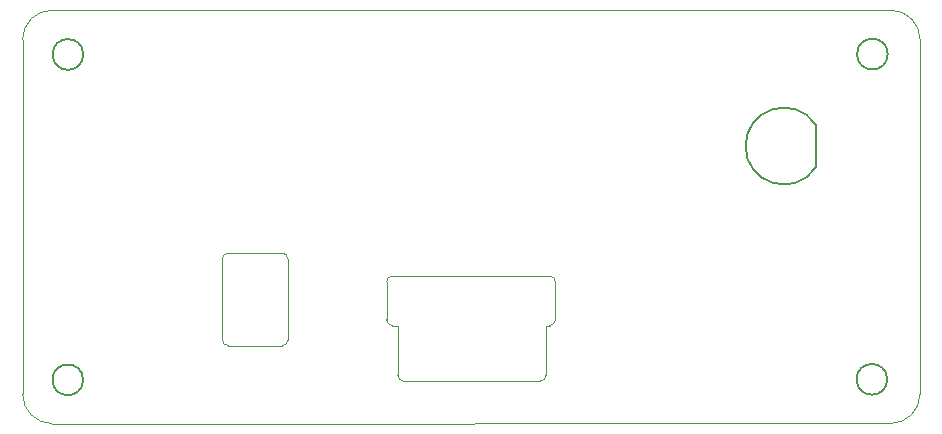
<source format=gko>
G04 #@! TF.FileFunction,Profile,NP*
%FSLAX46Y46*%
G04 Gerber Fmt 4.6, Leading zero omitted, Abs format (unit mm)*
G04 Created by KiCad (PCBNEW (2016-07-22 BZR 6991, Git 146a78a)-product) date 08/19/16 17:06:16*
%MOMM*%
%LPD*%
G01*
G04 APERTURE LIST*
%ADD10C,0.150000*%
%ADD11C,0.100000*%
%ADD12C,0.020000*%
G04 APERTURE END LIST*
D10*
D11*
X45200000Y-32250000D02*
X33650000Y-32250000D01*
X45200000Y-32250000D02*
G75*
G03X45700000Y-31750000I0J500000D01*
G01*
X45700000Y-27550000D02*
X45700000Y-31750000D01*
X18800000Y-29250000D02*
X23350000Y-29250000D01*
X23350000Y-29250000D02*
G75*
G03X23850000Y-28750000I0J500000D01*
G01*
X23850000Y-21900000D02*
X23850000Y-28750000D01*
X23850000Y-21900000D02*
G75*
G03X23350000Y-21400000I-500000J0D01*
G01*
X23350000Y-21400000D02*
X18800000Y-21400000D01*
X18800000Y-21400000D02*
G75*
G03X18300000Y-21900000I0J-500000D01*
G01*
X18300000Y-21900000D02*
X18300000Y-28750000D01*
X18300000Y-28750000D02*
G75*
G03X18800000Y-29250000I500000J0D01*
G01*
X33150000Y-31750000D02*
G75*
G03X33650000Y-32250000I500000J0D01*
G01*
X33150000Y-27550000D02*
X33150000Y-31750000D01*
X45700000Y-27550000D02*
X46000000Y-27550000D01*
X33150000Y-27550000D02*
X32700000Y-27550000D01*
X46000000Y-27550000D02*
G75*
G03X46500000Y-27050000I0J500000D01*
G01*
X46500000Y-23850000D02*
X46500000Y-27050000D01*
X32200000Y-27050000D02*
G75*
G03X32700000Y-27550000I500000J0D01*
G01*
X32200000Y-23850000D02*
X32200000Y-27050000D01*
X32700000Y-23350000D02*
G75*
G03X32200000Y-23850000I0J-500000D01*
G01*
X46000000Y-23350000D02*
X32700000Y-23350000D01*
X46500000Y-23850000D02*
G75*
G03X46000000Y-23350000I-500000J0D01*
G01*
D10*
X6510000Y-32140000D02*
G75*
G03X6510000Y-32140000I-1300000J0D01*
G01*
X6520000Y-4590000D02*
G75*
G03X6520000Y-4590000I-1300000J0D01*
G01*
X74630000Y-4560000D02*
G75*
G03X74630000Y-4560000I-1300000J0D01*
G01*
D12*
X3870000Y-35840000D02*
G75*
G02X1380000Y-33350000I0J2490000D01*
G01*
X1380000Y-3330000D02*
G75*
G02X3870000Y-840000I2490000J0D01*
G01*
X74880000Y-840000D02*
G75*
G02X77370000Y-3330000I0J-2490000D01*
G01*
D10*
X74590000Y-32100000D02*
G75*
G03X74590000Y-32100000I-1300000J0D01*
G01*
D12*
X77370000Y-33340000D02*
G75*
G02X74880000Y-35830000I-2490000J0D01*
G01*
X1380000Y-33350000D02*
X1380000Y-3330000D01*
X74880000Y-35830000D02*
X3870000Y-35840000D01*
X77370000Y-3330000D02*
X77370000Y-33340000D01*
X3870000Y-840000D02*
X74880000Y-840000D01*
D10*
X68535000Y-14155802D02*
G75*
G02X68535000Y-10535802I-2700000J1810000D01*
G01*
X68535000Y-10535802D02*
X68535000Y-14155802D01*
M02*

</source>
